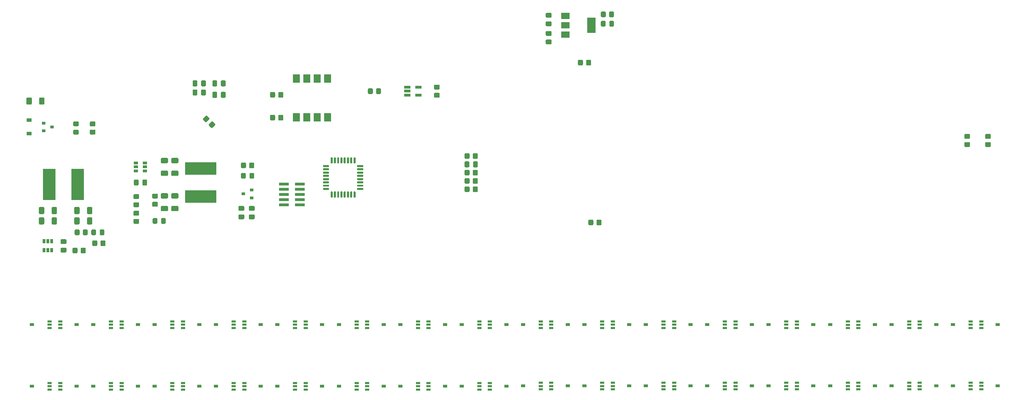
<source format=gbr>
%TF.GenerationSoftware,KiCad,Pcbnew,(5.1.8-0-10_14)*%
%TF.CreationDate,2021-06-09T19:28:07+01:00*%
%TF.ProjectId,BassStation_Sequencer_MidiInterface,42617373-5374-4617-9469-6f6e5f536571,A*%
%TF.SameCoordinates,Original*%
%TF.FileFunction,Paste,Top*%
%TF.FilePolarity,Positive*%
%FSLAX46Y46*%
G04 Gerber Fmt 4.6, Leading zero omitted, Abs format (unit mm)*
G04 Created by KiCad (PCBNEW (5.1.8-0-10_14)) date 2021-06-09 19:28:07*
%MOMM*%
%LPD*%
G01*
G04 APERTURE LIST*
%ADD10R,1.000000X0.500000*%
%ADD11R,1.000000X0.650000*%
%ADD12R,0.900000X0.800000*%
%ADD13R,1.200000X0.900000*%
%ADD14R,1.780000X2.000000*%
%ADD15R,1.560000X0.650000*%
%ADD16R,2.000000X1.500000*%
%ADD17R,2.000000X3.800000*%
%ADD18R,1.060000X0.650000*%
%ADD19R,0.650000X1.060000*%
%ADD20R,7.700000X3.100000*%
%ADD21R,3.100000X7.700000*%
%ADD22R,2.400000X0.740000*%
G04 APERTURE END LIST*
D10*
%TO.C,U16*%
X319646300Y-191935100D03*
X319646300Y-191135000D03*
X319646300Y-190334900D03*
X317042800Y-191935100D03*
X317042800Y-191135000D03*
X317042800Y-190334900D03*
D11*
X312724800Y-191109600D03*
X323646800Y-191109600D03*
%TD*%
D10*
%TO.C,U15*%
X304634900Y-191960500D03*
X304634900Y-191160400D03*
X304634900Y-190360300D03*
X302031400Y-191960500D03*
X302031400Y-191160400D03*
X302031400Y-190360300D03*
D11*
X297713400Y-191135000D03*
X308635400Y-191135000D03*
%TD*%
D10*
%TO.C,U32*%
X319646300Y-176949100D03*
X319646300Y-176149000D03*
X319646300Y-175348900D03*
X317042800Y-176949100D03*
X317042800Y-176149000D03*
X317042800Y-175348900D03*
D11*
X312724800Y-176123600D03*
X323646800Y-176123600D03*
%TD*%
D10*
%TO.C,U31*%
X304634900Y-176949100D03*
X304634900Y-176149000D03*
X304634900Y-175348900D03*
X302031400Y-176949100D03*
X302031400Y-176149000D03*
X302031400Y-175348900D03*
D11*
X297713400Y-176123600D03*
X308635400Y-176123600D03*
%TD*%
D10*
%TO.C,U30*%
X289648900Y-176974500D03*
X289648900Y-176174400D03*
X289648900Y-175374300D03*
X287045400Y-176974500D03*
X287045400Y-176174400D03*
X287045400Y-175374300D03*
D11*
X282727400Y-176149000D03*
X293649400Y-176149000D03*
%TD*%
D10*
%TO.C,U14*%
X289648900Y-191960500D03*
X289648900Y-191160400D03*
X289648900Y-190360300D03*
X287045400Y-191960500D03*
X287045400Y-191160400D03*
X287045400Y-190360300D03*
D11*
X282727400Y-191135000D03*
X293649400Y-191135000D03*
%TD*%
D10*
%TO.C,U13*%
X274637500Y-191960500D03*
X274637500Y-191160400D03*
X274637500Y-190360300D03*
X272034000Y-191960500D03*
X272034000Y-191160400D03*
X272034000Y-190360300D03*
D11*
X267716000Y-191135000D03*
X278638000Y-191135000D03*
%TD*%
D10*
%TO.C,U29*%
X274637500Y-176949100D03*
X274637500Y-176149000D03*
X274637500Y-175348900D03*
X272034000Y-176949100D03*
X272034000Y-176149000D03*
X272034000Y-175348900D03*
D11*
X267716000Y-176123600D03*
X278638000Y-176123600D03*
%TD*%
D10*
%TO.C,U12*%
X259651500Y-191960500D03*
X259651500Y-191160400D03*
X259651500Y-190360300D03*
X257048000Y-191960500D03*
X257048000Y-191160400D03*
X257048000Y-190360300D03*
D11*
X252730000Y-191135000D03*
X263652000Y-191135000D03*
%TD*%
D10*
%TO.C,U28*%
X259651500Y-176949100D03*
X259651500Y-176149000D03*
X259651500Y-175348900D03*
X257048000Y-176949100D03*
X257048000Y-176149000D03*
X257048000Y-175348900D03*
D11*
X252730000Y-176123600D03*
X263652000Y-176123600D03*
%TD*%
D10*
%TO.C,U27*%
X244640100Y-176949100D03*
X244640100Y-176149000D03*
X244640100Y-175348900D03*
X242036600Y-176949100D03*
X242036600Y-176149000D03*
X242036600Y-175348900D03*
D11*
X237718600Y-176123600D03*
X248640600Y-176123600D03*
%TD*%
D10*
%TO.C,U11*%
X244640100Y-191960500D03*
X244640100Y-191160400D03*
X244640100Y-190360300D03*
X242036600Y-191960500D03*
X242036600Y-191160400D03*
X242036600Y-190360300D03*
D11*
X237718600Y-191135000D03*
X248640600Y-191135000D03*
%TD*%
D10*
%TO.C,U10*%
X229654100Y-191960500D03*
X229654100Y-191160400D03*
X229654100Y-190360300D03*
X227050600Y-191960500D03*
X227050600Y-191160400D03*
X227050600Y-190360300D03*
D11*
X222732600Y-191135000D03*
X233654600Y-191135000D03*
%TD*%
D10*
%TO.C,U26*%
X229654100Y-176949100D03*
X229654100Y-176149000D03*
X229654100Y-175348900D03*
X227050600Y-176949100D03*
X227050600Y-176149000D03*
X227050600Y-175348900D03*
D11*
X222732600Y-176123600D03*
X233654600Y-176123600D03*
%TD*%
D10*
%TO.C,U9*%
X214642700Y-191960500D03*
X214642700Y-191160400D03*
X214642700Y-190360300D03*
X212039200Y-191960500D03*
X212039200Y-191160400D03*
X212039200Y-190360300D03*
D11*
X207721200Y-191135000D03*
X218643200Y-191135000D03*
%TD*%
D10*
%TO.C,U25*%
X214642700Y-176949100D03*
X214642700Y-176149000D03*
X214642700Y-175348900D03*
X212039200Y-176949100D03*
X212039200Y-176149000D03*
X212039200Y-175348900D03*
D11*
X207721200Y-176123600D03*
X218643200Y-176123600D03*
%TD*%
D10*
%TO.C,U24*%
X199656700Y-176949100D03*
X199656700Y-176149000D03*
X199656700Y-175348900D03*
X197053200Y-176949100D03*
X197053200Y-176149000D03*
X197053200Y-175348900D03*
D11*
X192735200Y-176123600D03*
X203657200Y-176123600D03*
%TD*%
D10*
%TO.C,U8*%
X199656700Y-191985900D03*
X199656700Y-191185800D03*
X199656700Y-190385700D03*
X197053200Y-191985900D03*
X197053200Y-191185800D03*
X197053200Y-190385700D03*
D11*
X192735200Y-191160400D03*
X203657200Y-191160400D03*
%TD*%
D10*
%TO.C,U7*%
X184670700Y-191985900D03*
X184670700Y-191185800D03*
X184670700Y-190385700D03*
X182067200Y-191985900D03*
X182067200Y-191185800D03*
X182067200Y-190385700D03*
D11*
X177749200Y-191160400D03*
X188671200Y-191160400D03*
%TD*%
D10*
%TO.C,U23*%
X184670700Y-176949100D03*
X184670700Y-176149000D03*
X184670700Y-175348900D03*
X182067200Y-176949100D03*
X182067200Y-176149000D03*
X182067200Y-175348900D03*
D11*
X177749200Y-176123600D03*
X188671200Y-176123600D03*
%TD*%
D10*
%TO.C,U6*%
X169684700Y-191985900D03*
X169684700Y-191185800D03*
X169684700Y-190385700D03*
X167081200Y-191985900D03*
X167081200Y-191185800D03*
X167081200Y-190385700D03*
D11*
X162763200Y-191160400D03*
X173685200Y-191160400D03*
%TD*%
D10*
%TO.C,U22*%
X169684700Y-176949100D03*
X169684700Y-176149000D03*
X169684700Y-175348900D03*
X167081200Y-176949100D03*
X167081200Y-176149000D03*
X167081200Y-175348900D03*
D11*
X162763200Y-176123600D03*
X173685200Y-176123600D03*
%TD*%
D10*
%TO.C,U21*%
X154647900Y-176949100D03*
X154647900Y-176149000D03*
X154647900Y-175348900D03*
X152044400Y-176949100D03*
X152044400Y-176149000D03*
X152044400Y-175348900D03*
D11*
X147726400Y-176123600D03*
X158648400Y-176123600D03*
%TD*%
D10*
%TO.C,U5*%
X154647900Y-191985900D03*
X154647900Y-191185800D03*
X154647900Y-190385700D03*
X152044400Y-191985900D03*
X152044400Y-191185800D03*
X152044400Y-190385700D03*
D11*
X147726400Y-191160400D03*
X158648400Y-191160400D03*
%TD*%
D10*
%TO.C,U4*%
X139661900Y-191985900D03*
X139661900Y-191185800D03*
X139661900Y-190385700D03*
X137058400Y-191985900D03*
X137058400Y-191185800D03*
X137058400Y-190385700D03*
D11*
X132740400Y-191160400D03*
X143662400Y-191160400D03*
%TD*%
D10*
%TO.C,U20*%
X139661900Y-176949100D03*
X139661900Y-176149000D03*
X139661900Y-175348900D03*
X137058400Y-176949100D03*
X137058400Y-176149000D03*
X137058400Y-175348900D03*
D11*
X132740400Y-176123600D03*
X143662400Y-176123600D03*
%TD*%
D10*
%TO.C,U19*%
X124675900Y-176949100D03*
X124675900Y-176149000D03*
X124675900Y-175348900D03*
X122072400Y-176949100D03*
X122072400Y-176149000D03*
X122072400Y-175348900D03*
D11*
X117754400Y-176123600D03*
X128676400Y-176123600D03*
%TD*%
D10*
%TO.C,U3*%
X124675900Y-191985900D03*
X124675900Y-191185800D03*
X124675900Y-190385700D03*
X122072400Y-191985900D03*
X122072400Y-191185800D03*
X122072400Y-190385700D03*
D11*
X117754400Y-191160400D03*
X128676400Y-191160400D03*
%TD*%
D10*
%TO.C,U2*%
X109689900Y-191985900D03*
X109689900Y-191185800D03*
X109689900Y-190385700D03*
X107086400Y-191985900D03*
X107086400Y-191185800D03*
X107086400Y-190385700D03*
D11*
X102768400Y-191160400D03*
X113690400Y-191160400D03*
%TD*%
D10*
%TO.C,U18*%
X109689900Y-176949100D03*
X109689900Y-176149000D03*
X109689900Y-175348900D03*
X107086400Y-176949100D03*
X107086400Y-176149000D03*
X107086400Y-175348900D03*
D11*
X102768400Y-176123600D03*
X113690400Y-176123600D03*
%TD*%
D10*
%TO.C,U1*%
X94703900Y-191985900D03*
X94703900Y-191185800D03*
X94703900Y-190385700D03*
X92100400Y-191985900D03*
X92100400Y-191185800D03*
X92100400Y-190385700D03*
D11*
X87782400Y-191160400D03*
X98704400Y-191160400D03*
%TD*%
D10*
%TO.C,U17*%
X94703900Y-176949100D03*
X94703900Y-176149000D03*
X94703900Y-175348900D03*
X92100400Y-176949100D03*
X92100400Y-176149000D03*
X92100400Y-175348900D03*
D11*
X87782400Y-176123600D03*
X98704400Y-176123600D03*
%TD*%
%TO.C,R5*%
G36*
G01*
X87746000Y-120787000D02*
X87746000Y-122037000D01*
G75*
G02*
X87496000Y-122287000I-250000J0D01*
G01*
X86696000Y-122287000D01*
G75*
G02*
X86446000Y-122037000I0J250000D01*
G01*
X86446000Y-120787000D01*
G75*
G02*
X86696000Y-120537000I250000J0D01*
G01*
X87496000Y-120537000D01*
G75*
G02*
X87746000Y-120787000I0J-250000D01*
G01*
G37*
G36*
G01*
X90846000Y-120787000D02*
X90846000Y-122037000D01*
G75*
G02*
X90596000Y-122287000I-250000J0D01*
G01*
X89796000Y-122287000D01*
G75*
G02*
X89546000Y-122037000I0J250000D01*
G01*
X89546000Y-120787000D01*
G75*
G02*
X89796000Y-120537000I250000J0D01*
G01*
X90596000Y-120537000D01*
G75*
G02*
X90846000Y-120787000I0J-250000D01*
G01*
G37*
%TD*%
%TO.C,R13*%
G36*
G01*
X102165999Y-128416000D02*
X103066001Y-128416000D01*
G75*
G02*
X103316000Y-128665999I0J-249999D01*
G01*
X103316000Y-129366001D01*
G75*
G02*
X103066001Y-129616000I-249999J0D01*
G01*
X102165999Y-129616000D01*
G75*
G02*
X101916000Y-129366001I0J249999D01*
G01*
X101916000Y-128665999D01*
G75*
G02*
X102165999Y-128416000I249999J0D01*
G01*
G37*
G36*
G01*
X102165999Y-126416000D02*
X103066001Y-126416000D01*
G75*
G02*
X103316000Y-126665999I0J-249999D01*
G01*
X103316000Y-127366001D01*
G75*
G02*
X103066001Y-127616000I-249999J0D01*
G01*
X102165999Y-127616000D01*
G75*
G02*
X101916000Y-127366001I0J249999D01*
G01*
X101916000Y-126665999D01*
G75*
G02*
X102165999Y-126416000I249999J0D01*
G01*
G37*
%TD*%
%TO.C,D7*%
G36*
G01*
X98101999Y-128466000D02*
X99002001Y-128466000D01*
G75*
G02*
X99252000Y-128715999I0J-249999D01*
G01*
X99252000Y-129366001D01*
G75*
G02*
X99002001Y-129616000I-249999J0D01*
G01*
X98101999Y-129616000D01*
G75*
G02*
X97852000Y-129366001I0J249999D01*
G01*
X97852000Y-128715999D01*
G75*
G02*
X98101999Y-128466000I249999J0D01*
G01*
G37*
G36*
G01*
X98101999Y-126416000D02*
X99002001Y-126416000D01*
G75*
G02*
X99252000Y-126665999I0J-249999D01*
G01*
X99252000Y-127316001D01*
G75*
G02*
X99002001Y-127566000I-249999J0D01*
G01*
X98101999Y-127566000D01*
G75*
G02*
X97852000Y-127316001I0J249999D01*
G01*
X97852000Y-126665999D01*
G75*
G02*
X98101999Y-126416000I249999J0D01*
G01*
G37*
%TD*%
D12*
%TO.C,Q1*%
X92694000Y-127762000D03*
X90694000Y-128712000D03*
X90694000Y-126812000D03*
%TD*%
D13*
%TO.C,D1*%
X87122000Y-126112000D03*
X87122000Y-129412000D03*
%TD*%
%TO.C,R2*%
G36*
G01*
X187140001Y-118599000D02*
X186239999Y-118599000D01*
G75*
G02*
X185990000Y-118349001I0J249999D01*
G01*
X185990000Y-117648999D01*
G75*
G02*
X186239999Y-117399000I249999J0D01*
G01*
X187140001Y-117399000D01*
G75*
G02*
X187390000Y-117648999I0J-249999D01*
G01*
X187390000Y-118349001D01*
G75*
G02*
X187140001Y-118599000I-249999J0D01*
G01*
G37*
G36*
G01*
X187140001Y-120599000D02*
X186239999Y-120599000D01*
G75*
G02*
X185990000Y-120349001I0J249999D01*
G01*
X185990000Y-119648999D01*
G75*
G02*
X186239999Y-119399000I249999J0D01*
G01*
X187140001Y-119399000D01*
G75*
G02*
X187390000Y-119648999I0J-249999D01*
G01*
X187390000Y-120349001D01*
G75*
G02*
X187140001Y-120599000I-249999J0D01*
G01*
G37*
%TD*%
%TO.C,R30*%
G36*
G01*
X223158000Y-112464001D02*
X223158000Y-111563999D01*
G75*
G02*
X223407999Y-111314000I249999J0D01*
G01*
X224108001Y-111314000D01*
G75*
G02*
X224358000Y-111563999I0J-249999D01*
G01*
X224358000Y-112464001D01*
G75*
G02*
X224108001Y-112714000I-249999J0D01*
G01*
X223407999Y-112714000D01*
G75*
G02*
X223158000Y-112464001I0J249999D01*
G01*
G37*
G36*
G01*
X221158000Y-112464001D02*
X221158000Y-111563999D01*
G75*
G02*
X221407999Y-111314000I249999J0D01*
G01*
X222108001Y-111314000D01*
G75*
G02*
X222358000Y-111563999I0J-249999D01*
G01*
X222358000Y-112464001D01*
G75*
G02*
X222108001Y-112714000I-249999J0D01*
G01*
X221407999Y-112714000D01*
G75*
G02*
X221158000Y-112464001I0J249999D01*
G01*
G37*
%TD*%
%TO.C,R20*%
G36*
G01*
X224898000Y-150679999D02*
X224898000Y-151580001D01*
G75*
G02*
X224648001Y-151830000I-249999J0D01*
G01*
X223947999Y-151830000D01*
G75*
G02*
X223698000Y-151580001I0J249999D01*
G01*
X223698000Y-150679999D01*
G75*
G02*
X223947999Y-150430000I249999J0D01*
G01*
X224648001Y-150430000D01*
G75*
G02*
X224898000Y-150679999I0J-249999D01*
G01*
G37*
G36*
G01*
X226898000Y-150679999D02*
X226898000Y-151580001D01*
G75*
G02*
X226648001Y-151830000I-249999J0D01*
G01*
X225947999Y-151830000D01*
G75*
G02*
X225698000Y-151580001I0J249999D01*
G01*
X225698000Y-150679999D01*
G75*
G02*
X225947999Y-150430000I249999J0D01*
G01*
X226648001Y-150430000D01*
G75*
G02*
X226898000Y-150679999I0J-249999D01*
G01*
G37*
%TD*%
D14*
%TO.C,U43*%
X160020000Y-125415000D03*
X152400000Y-115885000D03*
X157480000Y-125415000D03*
X154940000Y-115885000D03*
X154940000Y-125415000D03*
X157480000Y-115885000D03*
X152400000Y-125415000D03*
X160020000Y-115885000D03*
%TD*%
D15*
%TO.C,U42*%
X182198000Y-118049000D03*
X182198000Y-119949000D03*
X179498000Y-119949000D03*
X179498000Y-118999000D03*
X179498000Y-118049000D03*
%TD*%
D16*
%TO.C,U41*%
X218110800Y-100588600D03*
X218110800Y-105188600D03*
X218110800Y-102888600D03*
D17*
X224410800Y-102888600D03*
%TD*%
D12*
%TO.C,U40*%
X139462000Y-144145000D03*
X141462000Y-143195000D03*
X141462000Y-145095000D03*
%TD*%
D18*
%TO.C,U39*%
X115400000Y-138491000D03*
X115400000Y-137541000D03*
X115400000Y-136591000D03*
X113200000Y-136591000D03*
X113200000Y-138491000D03*
X113200000Y-137541000D03*
%TD*%
D19*
%TO.C,U38*%
X91694000Y-157945000D03*
X92644000Y-157945000D03*
X90744000Y-157945000D03*
X90744000Y-155745000D03*
X91694000Y-155745000D03*
X92644000Y-155745000D03*
%TD*%
%TO.C,U33*%
G36*
G01*
X160232600Y-143170200D02*
X158982600Y-143170200D01*
G75*
G02*
X158857600Y-143045200I0J125000D01*
G01*
X158857600Y-142795200D01*
G75*
G02*
X158982600Y-142670200I125000J0D01*
G01*
X160232600Y-142670200D01*
G75*
G02*
X160357600Y-142795200I0J-125000D01*
G01*
X160357600Y-143045200D01*
G75*
G02*
X160232600Y-143170200I-125000J0D01*
G01*
G37*
G36*
G01*
X160232600Y-142370200D02*
X158982600Y-142370200D01*
G75*
G02*
X158857600Y-142245200I0J125000D01*
G01*
X158857600Y-141995200D01*
G75*
G02*
X158982600Y-141870200I125000J0D01*
G01*
X160232600Y-141870200D01*
G75*
G02*
X160357600Y-141995200I0J-125000D01*
G01*
X160357600Y-142245200D01*
G75*
G02*
X160232600Y-142370200I-125000J0D01*
G01*
G37*
G36*
G01*
X160232600Y-141570200D02*
X158982600Y-141570200D01*
G75*
G02*
X158857600Y-141445200I0J125000D01*
G01*
X158857600Y-141195200D01*
G75*
G02*
X158982600Y-141070200I125000J0D01*
G01*
X160232600Y-141070200D01*
G75*
G02*
X160357600Y-141195200I0J-125000D01*
G01*
X160357600Y-141445200D01*
G75*
G02*
X160232600Y-141570200I-125000J0D01*
G01*
G37*
G36*
G01*
X160232600Y-140770200D02*
X158982600Y-140770200D01*
G75*
G02*
X158857600Y-140645200I0J125000D01*
G01*
X158857600Y-140395200D01*
G75*
G02*
X158982600Y-140270200I125000J0D01*
G01*
X160232600Y-140270200D01*
G75*
G02*
X160357600Y-140395200I0J-125000D01*
G01*
X160357600Y-140645200D01*
G75*
G02*
X160232600Y-140770200I-125000J0D01*
G01*
G37*
G36*
G01*
X160232600Y-139970200D02*
X158982600Y-139970200D01*
G75*
G02*
X158857600Y-139845200I0J125000D01*
G01*
X158857600Y-139595200D01*
G75*
G02*
X158982600Y-139470200I125000J0D01*
G01*
X160232600Y-139470200D01*
G75*
G02*
X160357600Y-139595200I0J-125000D01*
G01*
X160357600Y-139845200D01*
G75*
G02*
X160232600Y-139970200I-125000J0D01*
G01*
G37*
G36*
G01*
X160232600Y-139170200D02*
X158982600Y-139170200D01*
G75*
G02*
X158857600Y-139045200I0J125000D01*
G01*
X158857600Y-138795200D01*
G75*
G02*
X158982600Y-138670200I125000J0D01*
G01*
X160232600Y-138670200D01*
G75*
G02*
X160357600Y-138795200I0J-125000D01*
G01*
X160357600Y-139045200D01*
G75*
G02*
X160232600Y-139170200I-125000J0D01*
G01*
G37*
G36*
G01*
X160232600Y-138370200D02*
X158982600Y-138370200D01*
G75*
G02*
X158857600Y-138245200I0J125000D01*
G01*
X158857600Y-137995200D01*
G75*
G02*
X158982600Y-137870200I125000J0D01*
G01*
X160232600Y-137870200D01*
G75*
G02*
X160357600Y-137995200I0J-125000D01*
G01*
X160357600Y-138245200D01*
G75*
G02*
X160232600Y-138370200I-125000J0D01*
G01*
G37*
G36*
G01*
X160232600Y-137570200D02*
X158982600Y-137570200D01*
G75*
G02*
X158857600Y-137445200I0J125000D01*
G01*
X158857600Y-137195200D01*
G75*
G02*
X158982600Y-137070200I125000J0D01*
G01*
X160232600Y-137070200D01*
G75*
G02*
X160357600Y-137195200I0J-125000D01*
G01*
X160357600Y-137445200D01*
G75*
G02*
X160232600Y-137570200I-125000J0D01*
G01*
G37*
G36*
G01*
X161107600Y-136695200D02*
X160857600Y-136695200D01*
G75*
G02*
X160732600Y-136570200I0J125000D01*
G01*
X160732600Y-135320200D01*
G75*
G02*
X160857600Y-135195200I125000J0D01*
G01*
X161107600Y-135195200D01*
G75*
G02*
X161232600Y-135320200I0J-125000D01*
G01*
X161232600Y-136570200D01*
G75*
G02*
X161107600Y-136695200I-125000J0D01*
G01*
G37*
G36*
G01*
X161907600Y-136695200D02*
X161657600Y-136695200D01*
G75*
G02*
X161532600Y-136570200I0J125000D01*
G01*
X161532600Y-135320200D01*
G75*
G02*
X161657600Y-135195200I125000J0D01*
G01*
X161907600Y-135195200D01*
G75*
G02*
X162032600Y-135320200I0J-125000D01*
G01*
X162032600Y-136570200D01*
G75*
G02*
X161907600Y-136695200I-125000J0D01*
G01*
G37*
G36*
G01*
X162707600Y-136695200D02*
X162457600Y-136695200D01*
G75*
G02*
X162332600Y-136570200I0J125000D01*
G01*
X162332600Y-135320200D01*
G75*
G02*
X162457600Y-135195200I125000J0D01*
G01*
X162707600Y-135195200D01*
G75*
G02*
X162832600Y-135320200I0J-125000D01*
G01*
X162832600Y-136570200D01*
G75*
G02*
X162707600Y-136695200I-125000J0D01*
G01*
G37*
G36*
G01*
X163507600Y-136695200D02*
X163257600Y-136695200D01*
G75*
G02*
X163132600Y-136570200I0J125000D01*
G01*
X163132600Y-135320200D01*
G75*
G02*
X163257600Y-135195200I125000J0D01*
G01*
X163507600Y-135195200D01*
G75*
G02*
X163632600Y-135320200I0J-125000D01*
G01*
X163632600Y-136570200D01*
G75*
G02*
X163507600Y-136695200I-125000J0D01*
G01*
G37*
G36*
G01*
X164307600Y-136695200D02*
X164057600Y-136695200D01*
G75*
G02*
X163932600Y-136570200I0J125000D01*
G01*
X163932600Y-135320200D01*
G75*
G02*
X164057600Y-135195200I125000J0D01*
G01*
X164307600Y-135195200D01*
G75*
G02*
X164432600Y-135320200I0J-125000D01*
G01*
X164432600Y-136570200D01*
G75*
G02*
X164307600Y-136695200I-125000J0D01*
G01*
G37*
G36*
G01*
X165107600Y-136695200D02*
X164857600Y-136695200D01*
G75*
G02*
X164732600Y-136570200I0J125000D01*
G01*
X164732600Y-135320200D01*
G75*
G02*
X164857600Y-135195200I125000J0D01*
G01*
X165107600Y-135195200D01*
G75*
G02*
X165232600Y-135320200I0J-125000D01*
G01*
X165232600Y-136570200D01*
G75*
G02*
X165107600Y-136695200I-125000J0D01*
G01*
G37*
G36*
G01*
X165907600Y-136695200D02*
X165657600Y-136695200D01*
G75*
G02*
X165532600Y-136570200I0J125000D01*
G01*
X165532600Y-135320200D01*
G75*
G02*
X165657600Y-135195200I125000J0D01*
G01*
X165907600Y-135195200D01*
G75*
G02*
X166032600Y-135320200I0J-125000D01*
G01*
X166032600Y-136570200D01*
G75*
G02*
X165907600Y-136695200I-125000J0D01*
G01*
G37*
G36*
G01*
X166707600Y-136695200D02*
X166457600Y-136695200D01*
G75*
G02*
X166332600Y-136570200I0J125000D01*
G01*
X166332600Y-135320200D01*
G75*
G02*
X166457600Y-135195200I125000J0D01*
G01*
X166707600Y-135195200D01*
G75*
G02*
X166832600Y-135320200I0J-125000D01*
G01*
X166832600Y-136570200D01*
G75*
G02*
X166707600Y-136695200I-125000J0D01*
G01*
G37*
G36*
G01*
X168582600Y-137570200D02*
X167332600Y-137570200D01*
G75*
G02*
X167207600Y-137445200I0J125000D01*
G01*
X167207600Y-137195200D01*
G75*
G02*
X167332600Y-137070200I125000J0D01*
G01*
X168582600Y-137070200D01*
G75*
G02*
X168707600Y-137195200I0J-125000D01*
G01*
X168707600Y-137445200D01*
G75*
G02*
X168582600Y-137570200I-125000J0D01*
G01*
G37*
G36*
G01*
X168582600Y-138370200D02*
X167332600Y-138370200D01*
G75*
G02*
X167207600Y-138245200I0J125000D01*
G01*
X167207600Y-137995200D01*
G75*
G02*
X167332600Y-137870200I125000J0D01*
G01*
X168582600Y-137870200D01*
G75*
G02*
X168707600Y-137995200I0J-125000D01*
G01*
X168707600Y-138245200D01*
G75*
G02*
X168582600Y-138370200I-125000J0D01*
G01*
G37*
G36*
G01*
X168582600Y-139170200D02*
X167332600Y-139170200D01*
G75*
G02*
X167207600Y-139045200I0J125000D01*
G01*
X167207600Y-138795200D01*
G75*
G02*
X167332600Y-138670200I125000J0D01*
G01*
X168582600Y-138670200D01*
G75*
G02*
X168707600Y-138795200I0J-125000D01*
G01*
X168707600Y-139045200D01*
G75*
G02*
X168582600Y-139170200I-125000J0D01*
G01*
G37*
G36*
G01*
X168582600Y-139970200D02*
X167332600Y-139970200D01*
G75*
G02*
X167207600Y-139845200I0J125000D01*
G01*
X167207600Y-139595200D01*
G75*
G02*
X167332600Y-139470200I125000J0D01*
G01*
X168582600Y-139470200D01*
G75*
G02*
X168707600Y-139595200I0J-125000D01*
G01*
X168707600Y-139845200D01*
G75*
G02*
X168582600Y-139970200I-125000J0D01*
G01*
G37*
G36*
G01*
X168582600Y-140770200D02*
X167332600Y-140770200D01*
G75*
G02*
X167207600Y-140645200I0J125000D01*
G01*
X167207600Y-140395200D01*
G75*
G02*
X167332600Y-140270200I125000J0D01*
G01*
X168582600Y-140270200D01*
G75*
G02*
X168707600Y-140395200I0J-125000D01*
G01*
X168707600Y-140645200D01*
G75*
G02*
X168582600Y-140770200I-125000J0D01*
G01*
G37*
G36*
G01*
X168582600Y-141570200D02*
X167332600Y-141570200D01*
G75*
G02*
X167207600Y-141445200I0J125000D01*
G01*
X167207600Y-141195200D01*
G75*
G02*
X167332600Y-141070200I125000J0D01*
G01*
X168582600Y-141070200D01*
G75*
G02*
X168707600Y-141195200I0J-125000D01*
G01*
X168707600Y-141445200D01*
G75*
G02*
X168582600Y-141570200I-125000J0D01*
G01*
G37*
G36*
G01*
X168582600Y-142370200D02*
X167332600Y-142370200D01*
G75*
G02*
X167207600Y-142245200I0J125000D01*
G01*
X167207600Y-141995200D01*
G75*
G02*
X167332600Y-141870200I125000J0D01*
G01*
X168582600Y-141870200D01*
G75*
G02*
X168707600Y-141995200I0J-125000D01*
G01*
X168707600Y-142245200D01*
G75*
G02*
X168582600Y-142370200I-125000J0D01*
G01*
G37*
G36*
G01*
X168582600Y-143170200D02*
X167332600Y-143170200D01*
G75*
G02*
X167207600Y-143045200I0J125000D01*
G01*
X167207600Y-142795200D01*
G75*
G02*
X167332600Y-142670200I125000J0D01*
G01*
X168582600Y-142670200D01*
G75*
G02*
X168707600Y-142795200I0J-125000D01*
G01*
X168707600Y-143045200D01*
G75*
G02*
X168582600Y-143170200I-125000J0D01*
G01*
G37*
G36*
G01*
X166707600Y-145045200D02*
X166457600Y-145045200D01*
G75*
G02*
X166332600Y-144920200I0J125000D01*
G01*
X166332600Y-143670200D01*
G75*
G02*
X166457600Y-143545200I125000J0D01*
G01*
X166707600Y-143545200D01*
G75*
G02*
X166832600Y-143670200I0J-125000D01*
G01*
X166832600Y-144920200D01*
G75*
G02*
X166707600Y-145045200I-125000J0D01*
G01*
G37*
G36*
G01*
X165907600Y-145045200D02*
X165657600Y-145045200D01*
G75*
G02*
X165532600Y-144920200I0J125000D01*
G01*
X165532600Y-143670200D01*
G75*
G02*
X165657600Y-143545200I125000J0D01*
G01*
X165907600Y-143545200D01*
G75*
G02*
X166032600Y-143670200I0J-125000D01*
G01*
X166032600Y-144920200D01*
G75*
G02*
X165907600Y-145045200I-125000J0D01*
G01*
G37*
G36*
G01*
X165107600Y-145045200D02*
X164857600Y-145045200D01*
G75*
G02*
X164732600Y-144920200I0J125000D01*
G01*
X164732600Y-143670200D01*
G75*
G02*
X164857600Y-143545200I125000J0D01*
G01*
X165107600Y-143545200D01*
G75*
G02*
X165232600Y-143670200I0J-125000D01*
G01*
X165232600Y-144920200D01*
G75*
G02*
X165107600Y-145045200I-125000J0D01*
G01*
G37*
G36*
G01*
X164307600Y-145045200D02*
X164057600Y-145045200D01*
G75*
G02*
X163932600Y-144920200I0J125000D01*
G01*
X163932600Y-143670200D01*
G75*
G02*
X164057600Y-143545200I125000J0D01*
G01*
X164307600Y-143545200D01*
G75*
G02*
X164432600Y-143670200I0J-125000D01*
G01*
X164432600Y-144920200D01*
G75*
G02*
X164307600Y-145045200I-125000J0D01*
G01*
G37*
G36*
G01*
X163507600Y-145045200D02*
X163257600Y-145045200D01*
G75*
G02*
X163132600Y-144920200I0J125000D01*
G01*
X163132600Y-143670200D01*
G75*
G02*
X163257600Y-143545200I125000J0D01*
G01*
X163507600Y-143545200D01*
G75*
G02*
X163632600Y-143670200I0J-125000D01*
G01*
X163632600Y-144920200D01*
G75*
G02*
X163507600Y-145045200I-125000J0D01*
G01*
G37*
G36*
G01*
X162707600Y-145045200D02*
X162457600Y-145045200D01*
G75*
G02*
X162332600Y-144920200I0J125000D01*
G01*
X162332600Y-143670200D01*
G75*
G02*
X162457600Y-143545200I125000J0D01*
G01*
X162707600Y-143545200D01*
G75*
G02*
X162832600Y-143670200I0J-125000D01*
G01*
X162832600Y-144920200D01*
G75*
G02*
X162707600Y-145045200I-125000J0D01*
G01*
G37*
G36*
G01*
X161907600Y-145045200D02*
X161657600Y-145045200D01*
G75*
G02*
X161532600Y-144920200I0J125000D01*
G01*
X161532600Y-143670200D01*
G75*
G02*
X161657600Y-143545200I125000J0D01*
G01*
X161907600Y-143545200D01*
G75*
G02*
X162032600Y-143670200I0J-125000D01*
G01*
X162032600Y-144920200D01*
G75*
G02*
X161907600Y-145045200I-125000J0D01*
G01*
G37*
G36*
G01*
X161107600Y-145045200D02*
X160857600Y-145045200D01*
G75*
G02*
X160732600Y-144920200I0J125000D01*
G01*
X160732600Y-143670200D01*
G75*
G02*
X160857600Y-143545200I125000J0D01*
G01*
X161107600Y-143545200D01*
G75*
G02*
X161232600Y-143670200I0J-125000D01*
G01*
X161232600Y-144920200D01*
G75*
G02*
X161107600Y-145045200I-125000J0D01*
G01*
G37*
%TD*%
%TO.C,R32*%
G36*
G01*
X227946000Y-99752999D02*
X227946000Y-100653001D01*
G75*
G02*
X227696001Y-100903000I-249999J0D01*
G01*
X226995999Y-100903000D01*
G75*
G02*
X226746000Y-100653001I0J249999D01*
G01*
X226746000Y-99752999D01*
G75*
G02*
X226995999Y-99503000I249999J0D01*
G01*
X227696001Y-99503000D01*
G75*
G02*
X227946000Y-99752999I0J-249999D01*
G01*
G37*
G36*
G01*
X229946000Y-99752999D02*
X229946000Y-100653001D01*
G75*
G02*
X229696001Y-100903000I-249999J0D01*
G01*
X228995999Y-100903000D01*
G75*
G02*
X228746000Y-100653001I0J249999D01*
G01*
X228746000Y-99752999D01*
G75*
G02*
X228995999Y-99503000I249999J0D01*
G01*
X229696001Y-99503000D01*
G75*
G02*
X229946000Y-99752999I0J-249999D01*
G01*
G37*
%TD*%
%TO.C,R29*%
G36*
G01*
X321760001Y-130664000D02*
X320859999Y-130664000D01*
G75*
G02*
X320610000Y-130414001I0J249999D01*
G01*
X320610000Y-129713999D01*
G75*
G02*
X320859999Y-129464000I249999J0D01*
G01*
X321760001Y-129464000D01*
G75*
G02*
X322010000Y-129713999I0J-249999D01*
G01*
X322010000Y-130414001D01*
G75*
G02*
X321760001Y-130664000I-249999J0D01*
G01*
G37*
G36*
G01*
X321760001Y-132664000D02*
X320859999Y-132664000D01*
G75*
G02*
X320610000Y-132414001I0J249999D01*
G01*
X320610000Y-131713999D01*
G75*
G02*
X320859999Y-131464000I249999J0D01*
G01*
X321760001Y-131464000D01*
G75*
G02*
X322010000Y-131713999I0J-249999D01*
G01*
X322010000Y-132414001D01*
G75*
G02*
X321760001Y-132664000I-249999J0D01*
G01*
G37*
%TD*%
%TO.C,R28*%
G36*
G01*
X316680001Y-130664000D02*
X315779999Y-130664000D01*
G75*
G02*
X315530000Y-130414001I0J249999D01*
G01*
X315530000Y-129713999D01*
G75*
G02*
X315779999Y-129464000I249999J0D01*
G01*
X316680001Y-129464000D01*
G75*
G02*
X316930000Y-129713999I0J-249999D01*
G01*
X316930000Y-130414001D01*
G75*
G02*
X316680001Y-130664000I-249999J0D01*
G01*
G37*
G36*
G01*
X316680001Y-132664000D02*
X315779999Y-132664000D01*
G75*
G02*
X315530000Y-132414001I0J249999D01*
G01*
X315530000Y-131713999D01*
G75*
G02*
X315779999Y-131464000I249999J0D01*
G01*
X316680001Y-131464000D01*
G75*
G02*
X316930000Y-131713999I0J-249999D01*
G01*
X316930000Y-132414001D01*
G75*
G02*
X316680001Y-132664000I-249999J0D01*
G01*
G37*
%TD*%
%TO.C,R27*%
G36*
G01*
X118306001Y-147269000D02*
X117405999Y-147269000D01*
G75*
G02*
X117156000Y-147019001I0J249999D01*
G01*
X117156000Y-146318999D01*
G75*
G02*
X117405999Y-146069000I249999J0D01*
G01*
X118306001Y-146069000D01*
G75*
G02*
X118556000Y-146318999I0J-249999D01*
G01*
X118556000Y-147019001D01*
G75*
G02*
X118306001Y-147269000I-249999J0D01*
G01*
G37*
G36*
G01*
X118306001Y-145269000D02*
X117405999Y-145269000D01*
G75*
G02*
X117156000Y-145019001I0J249999D01*
G01*
X117156000Y-144318999D01*
G75*
G02*
X117405999Y-144069000I249999J0D01*
G01*
X118306001Y-144069000D01*
G75*
G02*
X118556000Y-144318999I0J-249999D01*
G01*
X118556000Y-145019001D01*
G75*
G02*
X118306001Y-145269000I-249999J0D01*
G01*
G37*
%TD*%
%TO.C,R26*%
G36*
G01*
X113734001Y-147396000D02*
X112833999Y-147396000D01*
G75*
G02*
X112584000Y-147146001I0J249999D01*
G01*
X112584000Y-146445999D01*
G75*
G02*
X112833999Y-146196000I249999J0D01*
G01*
X113734001Y-146196000D01*
G75*
G02*
X113984000Y-146445999I0J-249999D01*
G01*
X113984000Y-147146001D01*
G75*
G02*
X113734001Y-147396000I-249999J0D01*
G01*
G37*
G36*
G01*
X113734001Y-145396000D02*
X112833999Y-145396000D01*
G75*
G02*
X112584000Y-145146001I0J249999D01*
G01*
X112584000Y-144445999D01*
G75*
G02*
X112833999Y-144196000I249999J0D01*
G01*
X113734001Y-144196000D01*
G75*
G02*
X113984000Y-144445999I0J-249999D01*
G01*
X113984000Y-145146001D01*
G75*
G02*
X113734001Y-145396000I-249999J0D01*
G01*
G37*
%TD*%
%TO.C,R25*%
G36*
G01*
X113734001Y-151460000D02*
X112833999Y-151460000D01*
G75*
G02*
X112584000Y-151210001I0J249999D01*
G01*
X112584000Y-150509999D01*
G75*
G02*
X112833999Y-150260000I249999J0D01*
G01*
X113734001Y-150260000D01*
G75*
G02*
X113984000Y-150509999I0J-249999D01*
G01*
X113984000Y-151210001D01*
G75*
G02*
X113734001Y-151460000I-249999J0D01*
G01*
G37*
G36*
G01*
X113734001Y-149460000D02*
X112833999Y-149460000D01*
G75*
G02*
X112584000Y-149210001I0J249999D01*
G01*
X112584000Y-148509999D01*
G75*
G02*
X112833999Y-148260000I249999J0D01*
G01*
X113734001Y-148260000D01*
G75*
G02*
X113984000Y-148509999I0J-249999D01*
G01*
X113984000Y-149210001D01*
G75*
G02*
X113734001Y-149460000I-249999J0D01*
G01*
G37*
%TD*%
%TO.C,R21*%
G36*
G01*
X131099356Y-125890958D02*
X130462958Y-126527356D01*
G75*
G02*
X130109406Y-126527356I-176776J176776D01*
G01*
X129614430Y-126032380D01*
G75*
G02*
X129614430Y-125678828I176776J176776D01*
G01*
X130250828Y-125042430D01*
G75*
G02*
X130604380Y-125042430I176776J-176776D01*
G01*
X131099356Y-125537406D01*
G75*
G02*
X131099356Y-125890958I-176776J-176776D01*
G01*
G37*
G36*
G01*
X132513570Y-127305172D02*
X131877172Y-127941570D01*
G75*
G02*
X131523620Y-127941570I-176776J176776D01*
G01*
X131028644Y-127446594D01*
G75*
G02*
X131028644Y-127093042I176776J176776D01*
G01*
X131665042Y-126456644D01*
G75*
G02*
X132018594Y-126456644I176776J-176776D01*
G01*
X132513570Y-126951620D01*
G75*
G02*
X132513570Y-127305172I-176776J-176776D01*
G01*
G37*
%TD*%
%TO.C,R19*%
G36*
G01*
X194672000Y-138487999D02*
X194672000Y-139388001D01*
G75*
G02*
X194422001Y-139638000I-249999J0D01*
G01*
X193721999Y-139638000D01*
G75*
G02*
X193472000Y-139388001I0J249999D01*
G01*
X193472000Y-138487999D01*
G75*
G02*
X193721999Y-138238000I249999J0D01*
G01*
X194422001Y-138238000D01*
G75*
G02*
X194672000Y-138487999I0J-249999D01*
G01*
G37*
G36*
G01*
X196672000Y-138487999D02*
X196672000Y-139388001D01*
G75*
G02*
X196422001Y-139638000I-249999J0D01*
G01*
X195721999Y-139638000D01*
G75*
G02*
X195472000Y-139388001I0J249999D01*
G01*
X195472000Y-138487999D01*
G75*
G02*
X195721999Y-138238000I249999J0D01*
G01*
X196422001Y-138238000D01*
G75*
G02*
X196672000Y-138487999I0J-249999D01*
G01*
G37*
%TD*%
%TO.C,R18*%
G36*
G01*
X195472000Y-141420001D02*
X195472000Y-140519999D01*
G75*
G02*
X195721999Y-140270000I249999J0D01*
G01*
X196422001Y-140270000D01*
G75*
G02*
X196672000Y-140519999I0J-249999D01*
G01*
X196672000Y-141420001D01*
G75*
G02*
X196422001Y-141670000I-249999J0D01*
G01*
X195721999Y-141670000D01*
G75*
G02*
X195472000Y-141420001I0J249999D01*
G01*
G37*
G36*
G01*
X193472000Y-141420001D02*
X193472000Y-140519999D01*
G75*
G02*
X193721999Y-140270000I249999J0D01*
G01*
X194422001Y-140270000D01*
G75*
G02*
X194672000Y-140519999I0J-249999D01*
G01*
X194672000Y-141420001D01*
G75*
G02*
X194422001Y-141670000I-249999J0D01*
G01*
X193721999Y-141670000D01*
G75*
G02*
X193472000Y-141420001I0J249999D01*
G01*
G37*
%TD*%
%TO.C,R14*%
G36*
G01*
X194672000Y-142551999D02*
X194672000Y-143452001D01*
G75*
G02*
X194422001Y-143702000I-249999J0D01*
G01*
X193721999Y-143702000D01*
G75*
G02*
X193472000Y-143452001I0J249999D01*
G01*
X193472000Y-142551999D01*
G75*
G02*
X193721999Y-142302000I249999J0D01*
G01*
X194422001Y-142302000D01*
G75*
G02*
X194672000Y-142551999I0J-249999D01*
G01*
G37*
G36*
G01*
X196672000Y-142551999D02*
X196672000Y-143452001D01*
G75*
G02*
X196422001Y-143702000I-249999J0D01*
G01*
X195721999Y-143702000D01*
G75*
G02*
X195472000Y-143452001I0J249999D01*
G01*
X195472000Y-142551999D01*
G75*
G02*
X195721999Y-142302000I249999J0D01*
G01*
X196422001Y-142302000D01*
G75*
G02*
X196672000Y-142551999I0J-249999D01*
G01*
G37*
%TD*%
%TO.C,R10*%
G36*
G01*
X195472000Y-135324001D02*
X195472000Y-134423999D01*
G75*
G02*
X195721999Y-134174000I249999J0D01*
G01*
X196422001Y-134174000D01*
G75*
G02*
X196672000Y-134423999I0J-249999D01*
G01*
X196672000Y-135324001D01*
G75*
G02*
X196422001Y-135574000I-249999J0D01*
G01*
X195721999Y-135574000D01*
G75*
G02*
X195472000Y-135324001I0J249999D01*
G01*
G37*
G36*
G01*
X193472000Y-135324001D02*
X193472000Y-134423999D01*
G75*
G02*
X193721999Y-134174000I249999J0D01*
G01*
X194422001Y-134174000D01*
G75*
G02*
X194672000Y-134423999I0J-249999D01*
G01*
X194672000Y-135324001D01*
G75*
G02*
X194422001Y-135574000I-249999J0D01*
G01*
X193721999Y-135574000D01*
G75*
G02*
X193472000Y-135324001I0J249999D01*
G01*
G37*
%TD*%
%TO.C,R9*%
G36*
G01*
X140862000Y-137610001D02*
X140862000Y-136709999D01*
G75*
G02*
X141111999Y-136460000I249999J0D01*
G01*
X141812001Y-136460000D01*
G75*
G02*
X142062000Y-136709999I0J-249999D01*
G01*
X142062000Y-137610001D01*
G75*
G02*
X141812001Y-137860000I-249999J0D01*
G01*
X141111999Y-137860000D01*
G75*
G02*
X140862000Y-137610001I0J249999D01*
G01*
G37*
G36*
G01*
X138862000Y-137610001D02*
X138862000Y-136709999D01*
G75*
G02*
X139111999Y-136460000I249999J0D01*
G01*
X139812001Y-136460000D01*
G75*
G02*
X140062000Y-136709999I0J-249999D01*
G01*
X140062000Y-137610001D01*
G75*
G02*
X139812001Y-137860000I-249999J0D01*
G01*
X139111999Y-137860000D01*
G75*
G02*
X138862000Y-137610001I0J249999D01*
G01*
G37*
%TD*%
%TO.C,R8*%
G36*
G01*
X99422000Y-153092999D02*
X99422000Y-153993001D01*
G75*
G02*
X99172001Y-154243000I-249999J0D01*
G01*
X98471999Y-154243000D01*
G75*
G02*
X98222000Y-153993001I0J249999D01*
G01*
X98222000Y-153092999D01*
G75*
G02*
X98471999Y-152843000I249999J0D01*
G01*
X99172001Y-152843000D01*
G75*
G02*
X99422000Y-153092999I0J-249999D01*
G01*
G37*
G36*
G01*
X101422000Y-153092999D02*
X101422000Y-153993001D01*
G75*
G02*
X101172001Y-154243000I-249999J0D01*
G01*
X100471999Y-154243000D01*
G75*
G02*
X100222000Y-153993001I0J249999D01*
G01*
X100222000Y-153092999D01*
G75*
G02*
X100471999Y-152843000I249999J0D01*
G01*
X101172001Y-152843000D01*
G75*
G02*
X101422000Y-153092999I0J-249999D01*
G01*
G37*
%TD*%
%TO.C,R7*%
G36*
G01*
X99714000Y-158438001D02*
X99714000Y-157537999D01*
G75*
G02*
X99963999Y-157288000I249999J0D01*
G01*
X100664001Y-157288000D01*
G75*
G02*
X100914000Y-157537999I0J-249999D01*
G01*
X100914000Y-158438001D01*
G75*
G02*
X100664001Y-158688000I-249999J0D01*
G01*
X99963999Y-158688000D01*
G75*
G02*
X99714000Y-158438001I0J249999D01*
G01*
G37*
G36*
G01*
X97714000Y-158438001D02*
X97714000Y-157537999D01*
G75*
G02*
X97963999Y-157288000I249999J0D01*
G01*
X98664001Y-157288000D01*
G75*
G02*
X98914000Y-157537999I0J-249999D01*
G01*
X98914000Y-158438001D01*
G75*
G02*
X98664001Y-158688000I-249999J0D01*
G01*
X97963999Y-158688000D01*
G75*
G02*
X97714000Y-158438001I0J249999D01*
G01*
G37*
%TD*%
%TO.C,R6*%
G36*
G01*
X103740000Y-155759999D02*
X103740000Y-156660001D01*
G75*
G02*
X103490001Y-156910000I-249999J0D01*
G01*
X102789999Y-156910000D01*
G75*
G02*
X102540000Y-156660001I0J249999D01*
G01*
X102540000Y-155759999D01*
G75*
G02*
X102789999Y-155510000I249999J0D01*
G01*
X103490001Y-155510000D01*
G75*
G02*
X103740000Y-155759999I0J-249999D01*
G01*
G37*
G36*
G01*
X105740000Y-155759999D02*
X105740000Y-156660001D01*
G75*
G02*
X105490001Y-156910000I-249999J0D01*
G01*
X104789999Y-156910000D01*
G75*
G02*
X104540000Y-156660001I0J249999D01*
G01*
X104540000Y-155759999D01*
G75*
G02*
X104789999Y-155510000I249999J0D01*
G01*
X105490001Y-155510000D01*
G75*
G02*
X105740000Y-155759999I0J-249999D01*
G01*
G37*
%TD*%
%TO.C,R4*%
G36*
G01*
X147174000Y-125025999D02*
X147174000Y-125926001D01*
G75*
G02*
X146924001Y-126176000I-249999J0D01*
G01*
X146223999Y-126176000D01*
G75*
G02*
X145974000Y-125926001I0J249999D01*
G01*
X145974000Y-125025999D01*
G75*
G02*
X146223999Y-124776000I249999J0D01*
G01*
X146924001Y-124776000D01*
G75*
G02*
X147174000Y-125025999I0J-249999D01*
G01*
G37*
G36*
G01*
X149174000Y-125025999D02*
X149174000Y-125926001D01*
G75*
G02*
X148924001Y-126176000I-249999J0D01*
G01*
X148223999Y-126176000D01*
G75*
G02*
X147974000Y-125926001I0J249999D01*
G01*
X147974000Y-125025999D01*
G75*
G02*
X148223999Y-124776000I249999J0D01*
G01*
X148924001Y-124776000D01*
G75*
G02*
X149174000Y-125025999I0J-249999D01*
G01*
G37*
%TD*%
%TO.C,R3*%
G36*
G01*
X171050000Y-118548999D02*
X171050000Y-119449001D01*
G75*
G02*
X170800001Y-119699000I-249999J0D01*
G01*
X170099999Y-119699000D01*
G75*
G02*
X169850000Y-119449001I0J249999D01*
G01*
X169850000Y-118548999D01*
G75*
G02*
X170099999Y-118299000I249999J0D01*
G01*
X170800001Y-118299000D01*
G75*
G02*
X171050000Y-118548999I0J-249999D01*
G01*
G37*
G36*
G01*
X173050000Y-118548999D02*
X173050000Y-119449001D01*
G75*
G02*
X172800001Y-119699000I-249999J0D01*
G01*
X172099999Y-119699000D01*
G75*
G02*
X171850000Y-119449001I0J249999D01*
G01*
X171850000Y-118548999D01*
G75*
G02*
X172099999Y-118299000I249999J0D01*
G01*
X172800001Y-118299000D01*
G75*
G02*
X173050000Y-118548999I0J-249999D01*
G01*
G37*
%TD*%
%TO.C,R1*%
G36*
G01*
X147174000Y-119437999D02*
X147174000Y-120338001D01*
G75*
G02*
X146924001Y-120588000I-249999J0D01*
G01*
X146223999Y-120588000D01*
G75*
G02*
X145974000Y-120338001I0J249999D01*
G01*
X145974000Y-119437999D01*
G75*
G02*
X146223999Y-119188000I249999J0D01*
G01*
X146924001Y-119188000D01*
G75*
G02*
X147174000Y-119437999I0J-249999D01*
G01*
G37*
G36*
G01*
X149174000Y-119437999D02*
X149174000Y-120338001D01*
G75*
G02*
X148924001Y-120588000I-249999J0D01*
G01*
X148223999Y-120588000D01*
G75*
G02*
X147974000Y-120338001I0J249999D01*
G01*
X147974000Y-119437999D01*
G75*
G02*
X148223999Y-119188000I249999J0D01*
G01*
X148924001Y-119188000D01*
G75*
G02*
X149174000Y-119437999I0J-249999D01*
G01*
G37*
%TD*%
D20*
%TO.C,L2*%
X129032000Y-137901000D03*
X129032000Y-144801000D03*
%TD*%
D21*
%TO.C,L1*%
X98954000Y-141859000D03*
X92054000Y-141859000D03*
%TD*%
D22*
%TO.C,J7*%
X153207000Y-146812000D03*
X149307000Y-146812000D03*
X153207000Y-145542000D03*
X149307000Y-145542000D03*
X153207000Y-144272000D03*
X149307000Y-144272000D03*
X153207000Y-143002000D03*
X149307000Y-143002000D03*
X153207000Y-141732000D03*
X149307000Y-141732000D03*
%TD*%
%TO.C,D6*%
G36*
G01*
X227896000Y-102038999D02*
X227896000Y-102939001D01*
G75*
G02*
X227646001Y-103189000I-249999J0D01*
G01*
X226995999Y-103189000D01*
G75*
G02*
X226746000Y-102939001I0J249999D01*
G01*
X226746000Y-102038999D01*
G75*
G02*
X226995999Y-101789000I249999J0D01*
G01*
X227646001Y-101789000D01*
G75*
G02*
X227896000Y-102038999I0J-249999D01*
G01*
G37*
G36*
G01*
X229946000Y-102038999D02*
X229946000Y-102939001D01*
G75*
G02*
X229696001Y-103189000I-249999J0D01*
G01*
X229045999Y-103189000D01*
G75*
G02*
X228796000Y-102939001I0J249999D01*
G01*
X228796000Y-102038999D01*
G75*
G02*
X229045999Y-101789000I249999J0D01*
G01*
X229696001Y-101789000D01*
G75*
G02*
X229946000Y-102038999I0J-249999D01*
G01*
G37*
%TD*%
%TO.C,D5*%
G36*
G01*
X117272000Y-151199001D02*
X117272000Y-150298999D01*
G75*
G02*
X117521999Y-150049000I249999J0D01*
G01*
X118172001Y-150049000D01*
G75*
G02*
X118422000Y-150298999I0J-249999D01*
G01*
X118422000Y-151199001D01*
G75*
G02*
X118172001Y-151449000I-249999J0D01*
G01*
X117521999Y-151449000D01*
G75*
G02*
X117272000Y-151199001I0J249999D01*
G01*
G37*
G36*
G01*
X119322000Y-151199001D02*
X119322000Y-150298999D01*
G75*
G02*
X119571999Y-150049000I249999J0D01*
G01*
X120222001Y-150049000D01*
G75*
G02*
X120472000Y-150298999I0J-249999D01*
G01*
X120472000Y-151199001D01*
G75*
G02*
X120222001Y-151449000I-249999J0D01*
G01*
X119571999Y-151449000D01*
G75*
G02*
X119322000Y-151199001I0J249999D01*
G01*
G37*
%TD*%
%TO.C,D4*%
G36*
G01*
X140912000Y-140150001D02*
X140912000Y-139249999D01*
G75*
G02*
X141161999Y-139000000I249999J0D01*
G01*
X141812001Y-139000000D01*
G75*
G02*
X142062000Y-139249999I0J-249999D01*
G01*
X142062000Y-140150001D01*
G75*
G02*
X141812001Y-140400000I-249999J0D01*
G01*
X141161999Y-140400000D01*
G75*
G02*
X140912000Y-140150001I0J249999D01*
G01*
G37*
G36*
G01*
X138862000Y-140150001D02*
X138862000Y-139249999D01*
G75*
G02*
X139111999Y-139000000I249999J0D01*
G01*
X139762001Y-139000000D01*
G75*
G02*
X140012000Y-139249999I0J-249999D01*
G01*
X140012000Y-140150001D01*
G75*
G02*
X139762001Y-140400000I-249999J0D01*
G01*
X139111999Y-140400000D01*
G75*
G02*
X138862000Y-140150001I0J249999D01*
G01*
G37*
%TD*%
%TO.C,D3*%
G36*
G01*
X104336000Y-153993001D02*
X104336000Y-153092999D01*
G75*
G02*
X104585999Y-152843000I249999J0D01*
G01*
X105236001Y-152843000D01*
G75*
G02*
X105486000Y-153092999I0J-249999D01*
G01*
X105486000Y-153993001D01*
G75*
G02*
X105236001Y-154243000I-249999J0D01*
G01*
X104585999Y-154243000D01*
G75*
G02*
X104336000Y-153993001I0J249999D01*
G01*
G37*
G36*
G01*
X102286000Y-153993001D02*
X102286000Y-153092999D01*
G75*
G02*
X102535999Y-152843000I249999J0D01*
G01*
X103186001Y-152843000D01*
G75*
G02*
X103436000Y-153092999I0J-249999D01*
G01*
X103436000Y-153993001D01*
G75*
G02*
X103186001Y-154243000I-249999J0D01*
G01*
X102535999Y-154243000D01*
G75*
G02*
X102286000Y-153993001I0J249999D01*
G01*
G37*
%TD*%
%TO.C,C25*%
G36*
G01*
X214470000Y-105468000D02*
X213520000Y-105468000D01*
G75*
G02*
X213270000Y-105218000I0J250000D01*
G01*
X213270000Y-104543000D01*
G75*
G02*
X213520000Y-104293000I250000J0D01*
G01*
X214470000Y-104293000D01*
G75*
G02*
X214720000Y-104543000I0J-250000D01*
G01*
X214720000Y-105218000D01*
G75*
G02*
X214470000Y-105468000I-250000J0D01*
G01*
G37*
G36*
G01*
X214470000Y-107543000D02*
X213520000Y-107543000D01*
G75*
G02*
X213270000Y-107293000I0J250000D01*
G01*
X213270000Y-106618000D01*
G75*
G02*
X213520000Y-106368000I250000J0D01*
G01*
X214470000Y-106368000D01*
G75*
G02*
X214720000Y-106618000I0J-250000D01*
G01*
X214720000Y-107293000D01*
G75*
G02*
X214470000Y-107543000I-250000J0D01*
G01*
G37*
%TD*%
%TO.C,C24*%
G36*
G01*
X213520000Y-101923000D02*
X214470000Y-101923000D01*
G75*
G02*
X214720000Y-102173000I0J-250000D01*
G01*
X214720000Y-102848000D01*
G75*
G02*
X214470000Y-103098000I-250000J0D01*
G01*
X213520000Y-103098000D01*
G75*
G02*
X213270000Y-102848000I0J250000D01*
G01*
X213270000Y-102173000D01*
G75*
G02*
X213520000Y-101923000I250000J0D01*
G01*
G37*
G36*
G01*
X213520000Y-99848000D02*
X214470000Y-99848000D01*
G75*
G02*
X214720000Y-100098000I0J-250000D01*
G01*
X214720000Y-100773000D01*
G75*
G02*
X214470000Y-101023000I-250000J0D01*
G01*
X213520000Y-101023000D01*
G75*
G02*
X213270000Y-100773000I0J250000D01*
G01*
X213270000Y-100098000D01*
G75*
G02*
X213520000Y-99848000I250000J0D01*
G01*
G37*
%TD*%
%TO.C,C19*%
G36*
G01*
X123307000Y-148377000D02*
X122057000Y-148377000D01*
G75*
G02*
X121807000Y-148127000I0J250000D01*
G01*
X121807000Y-147327000D01*
G75*
G02*
X122057000Y-147077000I250000J0D01*
G01*
X123307000Y-147077000D01*
G75*
G02*
X123557000Y-147327000I0J-250000D01*
G01*
X123557000Y-148127000D01*
G75*
G02*
X123307000Y-148377000I-250000J0D01*
G01*
G37*
G36*
G01*
X123307000Y-145277000D02*
X122057000Y-145277000D01*
G75*
G02*
X121807000Y-145027000I0J250000D01*
G01*
X121807000Y-144227000D01*
G75*
G02*
X122057000Y-143977000I250000J0D01*
G01*
X123307000Y-143977000D01*
G75*
G02*
X123557000Y-144227000I0J-250000D01*
G01*
X123557000Y-145027000D01*
G75*
G02*
X123307000Y-145277000I-250000J0D01*
G01*
G37*
%TD*%
%TO.C,C18*%
G36*
G01*
X120767000Y-148377000D02*
X119517000Y-148377000D01*
G75*
G02*
X119267000Y-148127000I0J250000D01*
G01*
X119267000Y-147327000D01*
G75*
G02*
X119517000Y-147077000I250000J0D01*
G01*
X120767000Y-147077000D01*
G75*
G02*
X121017000Y-147327000I0J-250000D01*
G01*
X121017000Y-148127000D01*
G75*
G02*
X120767000Y-148377000I-250000J0D01*
G01*
G37*
G36*
G01*
X120767000Y-145277000D02*
X119517000Y-145277000D01*
G75*
G02*
X119267000Y-145027000I0J250000D01*
G01*
X119267000Y-144227000D01*
G75*
G02*
X119517000Y-143977000I250000J0D01*
G01*
X120767000Y-143977000D01*
G75*
G02*
X121017000Y-144227000I0J-250000D01*
G01*
X121017000Y-145027000D01*
G75*
G02*
X120767000Y-145277000I-250000J0D01*
G01*
G37*
%TD*%
%TO.C,C17*%
G36*
G01*
X112675000Y-141826000D02*
X112675000Y-140876000D01*
G75*
G02*
X112925000Y-140626000I250000J0D01*
G01*
X113600000Y-140626000D01*
G75*
G02*
X113850000Y-140876000I0J-250000D01*
G01*
X113850000Y-141826000D01*
G75*
G02*
X113600000Y-142076000I-250000J0D01*
G01*
X112925000Y-142076000D01*
G75*
G02*
X112675000Y-141826000I0J250000D01*
G01*
G37*
G36*
G01*
X114750000Y-141826000D02*
X114750000Y-140876000D01*
G75*
G02*
X115000000Y-140626000I250000J0D01*
G01*
X115675000Y-140626000D01*
G75*
G02*
X115925000Y-140876000I0J-250000D01*
G01*
X115925000Y-141826000D01*
G75*
G02*
X115675000Y-142076000I-250000J0D01*
G01*
X115000000Y-142076000D01*
G75*
G02*
X114750000Y-141826000I0J250000D01*
G01*
G37*
%TD*%
%TO.C,C16*%
G36*
G01*
X122057000Y-135341000D02*
X123307000Y-135341000D01*
G75*
G02*
X123557000Y-135591000I0J-250000D01*
G01*
X123557000Y-136391000D01*
G75*
G02*
X123307000Y-136641000I-250000J0D01*
G01*
X122057000Y-136641000D01*
G75*
G02*
X121807000Y-136391000I0J250000D01*
G01*
X121807000Y-135591000D01*
G75*
G02*
X122057000Y-135341000I250000J0D01*
G01*
G37*
G36*
G01*
X122057000Y-138441000D02*
X123307000Y-138441000D01*
G75*
G02*
X123557000Y-138691000I0J-250000D01*
G01*
X123557000Y-139491000D01*
G75*
G02*
X123307000Y-139741000I-250000J0D01*
G01*
X122057000Y-139741000D01*
G75*
G02*
X121807000Y-139491000I0J250000D01*
G01*
X121807000Y-138691000D01*
G75*
G02*
X122057000Y-138441000I250000J0D01*
G01*
G37*
%TD*%
%TO.C,C15*%
G36*
G01*
X119517000Y-135341000D02*
X120767000Y-135341000D01*
G75*
G02*
X121017000Y-135591000I0J-250000D01*
G01*
X121017000Y-136391000D01*
G75*
G02*
X120767000Y-136641000I-250000J0D01*
G01*
X119517000Y-136641000D01*
G75*
G02*
X119267000Y-136391000I0J250000D01*
G01*
X119267000Y-135591000D01*
G75*
G02*
X119517000Y-135341000I250000J0D01*
G01*
G37*
G36*
G01*
X119517000Y-138441000D02*
X120767000Y-138441000D01*
G75*
G02*
X121017000Y-138691000I0J-250000D01*
G01*
X121017000Y-139491000D01*
G75*
G02*
X120767000Y-139741000I-250000J0D01*
G01*
X119517000Y-139741000D01*
G75*
G02*
X119267000Y-139491000I0J250000D01*
G01*
X119267000Y-138691000D01*
G75*
G02*
X119517000Y-138441000I250000J0D01*
G01*
G37*
%TD*%
%TO.C,C14*%
G36*
G01*
X133927000Y-120363000D02*
X133927000Y-119413000D01*
G75*
G02*
X134177000Y-119163000I250000J0D01*
G01*
X134852000Y-119163000D01*
G75*
G02*
X135102000Y-119413000I0J-250000D01*
G01*
X135102000Y-120363000D01*
G75*
G02*
X134852000Y-120613000I-250000J0D01*
G01*
X134177000Y-120613000D01*
G75*
G02*
X133927000Y-120363000I0J250000D01*
G01*
G37*
G36*
G01*
X131852000Y-120363000D02*
X131852000Y-119413000D01*
G75*
G02*
X132102000Y-119163000I250000J0D01*
G01*
X132777000Y-119163000D01*
G75*
G02*
X133027000Y-119413000I0J-250000D01*
G01*
X133027000Y-120363000D01*
G75*
G02*
X132777000Y-120613000I-250000J0D01*
G01*
X132102000Y-120613000D01*
G75*
G02*
X131852000Y-120363000I0J250000D01*
G01*
G37*
%TD*%
%TO.C,C13*%
G36*
G01*
X129101000Y-117569000D02*
X129101000Y-116619000D01*
G75*
G02*
X129351000Y-116369000I250000J0D01*
G01*
X130026000Y-116369000D01*
G75*
G02*
X130276000Y-116619000I0J-250000D01*
G01*
X130276000Y-117569000D01*
G75*
G02*
X130026000Y-117819000I-250000J0D01*
G01*
X129351000Y-117819000D01*
G75*
G02*
X129101000Y-117569000I0J250000D01*
G01*
G37*
G36*
G01*
X127026000Y-117569000D02*
X127026000Y-116619000D01*
G75*
G02*
X127276000Y-116369000I250000J0D01*
G01*
X127951000Y-116369000D01*
G75*
G02*
X128201000Y-116619000I0J-250000D01*
G01*
X128201000Y-117569000D01*
G75*
G02*
X127951000Y-117819000I-250000J0D01*
G01*
X127276000Y-117819000D01*
G75*
G02*
X127026000Y-117569000I0J250000D01*
G01*
G37*
%TD*%
%TO.C,C12*%
G36*
G01*
X133927000Y-117569000D02*
X133927000Y-116619000D01*
G75*
G02*
X134177000Y-116369000I250000J0D01*
G01*
X134852000Y-116369000D01*
G75*
G02*
X135102000Y-116619000I0J-250000D01*
G01*
X135102000Y-117569000D01*
G75*
G02*
X134852000Y-117819000I-250000J0D01*
G01*
X134177000Y-117819000D01*
G75*
G02*
X133927000Y-117569000I0J250000D01*
G01*
G37*
G36*
G01*
X131852000Y-117569000D02*
X131852000Y-116619000D01*
G75*
G02*
X132102000Y-116369000I250000J0D01*
G01*
X132777000Y-116369000D01*
G75*
G02*
X133027000Y-116619000I0J-250000D01*
G01*
X133027000Y-117569000D01*
G75*
G02*
X132777000Y-117819000I-250000J0D01*
G01*
X132102000Y-117819000D01*
G75*
G02*
X131852000Y-117569000I0J250000D01*
G01*
G37*
%TD*%
%TO.C,C11*%
G36*
G01*
X129101000Y-119791500D02*
X129101000Y-118841500D01*
G75*
G02*
X129351000Y-118591500I250000J0D01*
G01*
X130026000Y-118591500D01*
G75*
G02*
X130276000Y-118841500I0J-250000D01*
G01*
X130276000Y-119791500D01*
G75*
G02*
X130026000Y-120041500I-250000J0D01*
G01*
X129351000Y-120041500D01*
G75*
G02*
X129101000Y-119791500I0J250000D01*
G01*
G37*
G36*
G01*
X127026000Y-119791500D02*
X127026000Y-118841500D01*
G75*
G02*
X127276000Y-118591500I250000J0D01*
G01*
X127951000Y-118591500D01*
G75*
G02*
X128201000Y-118841500I0J-250000D01*
G01*
X128201000Y-119791500D01*
G75*
G02*
X127951000Y-120041500I-250000J0D01*
G01*
X127276000Y-120041500D01*
G75*
G02*
X127026000Y-119791500I0J250000D01*
G01*
G37*
%TD*%
%TO.C,C8*%
G36*
G01*
X195522000Y-137381000D02*
X195522000Y-136431000D01*
G75*
G02*
X195772000Y-136181000I250000J0D01*
G01*
X196447000Y-136181000D01*
G75*
G02*
X196697000Y-136431000I0J-250000D01*
G01*
X196697000Y-137381000D01*
G75*
G02*
X196447000Y-137631000I-250000J0D01*
G01*
X195772000Y-137631000D01*
G75*
G02*
X195522000Y-137381000I0J250000D01*
G01*
G37*
G36*
G01*
X193447000Y-137381000D02*
X193447000Y-136431000D01*
G75*
G02*
X193697000Y-136181000I250000J0D01*
G01*
X194372000Y-136181000D01*
G75*
G02*
X194622000Y-136431000I0J-250000D01*
G01*
X194622000Y-137381000D01*
G75*
G02*
X194372000Y-137631000I-250000J0D01*
G01*
X193697000Y-137631000D01*
G75*
G02*
X193447000Y-137381000I0J250000D01*
G01*
G37*
%TD*%
%TO.C,C7*%
G36*
G01*
X141003000Y-149167000D02*
X141953000Y-149167000D01*
G75*
G02*
X142203000Y-149417000I0J-250000D01*
G01*
X142203000Y-150092000D01*
G75*
G02*
X141953000Y-150342000I-250000J0D01*
G01*
X141003000Y-150342000D01*
G75*
G02*
X140753000Y-150092000I0J250000D01*
G01*
X140753000Y-149417000D01*
G75*
G02*
X141003000Y-149167000I250000J0D01*
G01*
G37*
G36*
G01*
X141003000Y-147092000D02*
X141953000Y-147092000D01*
G75*
G02*
X142203000Y-147342000I0J-250000D01*
G01*
X142203000Y-148017000D01*
G75*
G02*
X141953000Y-148267000I-250000J0D01*
G01*
X141003000Y-148267000D01*
G75*
G02*
X140753000Y-148017000I0J250000D01*
G01*
X140753000Y-147342000D01*
G75*
G02*
X141003000Y-147092000I250000J0D01*
G01*
G37*
%TD*%
%TO.C,C6*%
G36*
G01*
X138463000Y-149167000D02*
X139413000Y-149167000D01*
G75*
G02*
X139663000Y-149417000I0J-250000D01*
G01*
X139663000Y-150092000D01*
G75*
G02*
X139413000Y-150342000I-250000J0D01*
G01*
X138463000Y-150342000D01*
G75*
G02*
X138213000Y-150092000I0J250000D01*
G01*
X138213000Y-149417000D01*
G75*
G02*
X138463000Y-149167000I250000J0D01*
G01*
G37*
G36*
G01*
X138463000Y-147092000D02*
X139413000Y-147092000D01*
G75*
G02*
X139663000Y-147342000I0J-250000D01*
G01*
X139663000Y-148017000D01*
G75*
G02*
X139413000Y-148267000I-250000J0D01*
G01*
X138463000Y-148267000D01*
G75*
G02*
X138213000Y-148017000I0J250000D01*
G01*
X138213000Y-147342000D01*
G75*
G02*
X138463000Y-147092000I250000J0D01*
G01*
G37*
%TD*%
%TO.C,C5*%
G36*
G01*
X99430000Y-147584000D02*
X99430000Y-148834000D01*
G75*
G02*
X99180000Y-149084000I-250000J0D01*
G01*
X98380000Y-149084000D01*
G75*
G02*
X98130000Y-148834000I0J250000D01*
G01*
X98130000Y-147584000D01*
G75*
G02*
X98380000Y-147334000I250000J0D01*
G01*
X99180000Y-147334000D01*
G75*
G02*
X99430000Y-147584000I0J-250000D01*
G01*
G37*
G36*
G01*
X102530000Y-147584000D02*
X102530000Y-148834000D01*
G75*
G02*
X102280000Y-149084000I-250000J0D01*
G01*
X101480000Y-149084000D01*
G75*
G02*
X101230000Y-148834000I0J250000D01*
G01*
X101230000Y-147584000D01*
G75*
G02*
X101480000Y-147334000I250000J0D01*
G01*
X102280000Y-147334000D01*
G75*
G02*
X102530000Y-147584000I0J-250000D01*
G01*
G37*
%TD*%
%TO.C,C4*%
G36*
G01*
X99430000Y-150124000D02*
X99430000Y-151374000D01*
G75*
G02*
X99180000Y-151624000I-250000J0D01*
G01*
X98380000Y-151624000D01*
G75*
G02*
X98130000Y-151374000I0J250000D01*
G01*
X98130000Y-150124000D01*
G75*
G02*
X98380000Y-149874000I250000J0D01*
G01*
X99180000Y-149874000D01*
G75*
G02*
X99430000Y-150124000I0J-250000D01*
G01*
G37*
G36*
G01*
X102530000Y-150124000D02*
X102530000Y-151374000D01*
G75*
G02*
X102280000Y-151624000I-250000J0D01*
G01*
X101480000Y-151624000D01*
G75*
G02*
X101230000Y-151374000I0J250000D01*
G01*
X101230000Y-150124000D01*
G75*
G02*
X101480000Y-149874000I250000J0D01*
G01*
X102280000Y-149874000D01*
G75*
G02*
X102530000Y-150124000I0J-250000D01*
G01*
G37*
%TD*%
%TO.C,C3*%
G36*
G01*
X95979000Y-156395000D02*
X95029000Y-156395000D01*
G75*
G02*
X94779000Y-156145000I0J250000D01*
G01*
X94779000Y-155470000D01*
G75*
G02*
X95029000Y-155220000I250000J0D01*
G01*
X95979000Y-155220000D01*
G75*
G02*
X96229000Y-155470000I0J-250000D01*
G01*
X96229000Y-156145000D01*
G75*
G02*
X95979000Y-156395000I-250000J0D01*
G01*
G37*
G36*
G01*
X95979000Y-158470000D02*
X95029000Y-158470000D01*
G75*
G02*
X94779000Y-158220000I0J250000D01*
G01*
X94779000Y-157545000D01*
G75*
G02*
X95029000Y-157295000I250000J0D01*
G01*
X95979000Y-157295000D01*
G75*
G02*
X96229000Y-157545000I0J-250000D01*
G01*
X96229000Y-158220000D01*
G75*
G02*
X95979000Y-158470000I-250000J0D01*
G01*
G37*
%TD*%
%TO.C,C2*%
G36*
G01*
X92594000Y-148834000D02*
X92594000Y-147584000D01*
G75*
G02*
X92844000Y-147334000I250000J0D01*
G01*
X93644000Y-147334000D01*
G75*
G02*
X93894000Y-147584000I0J-250000D01*
G01*
X93894000Y-148834000D01*
G75*
G02*
X93644000Y-149084000I-250000J0D01*
G01*
X92844000Y-149084000D01*
G75*
G02*
X92594000Y-148834000I0J250000D01*
G01*
G37*
G36*
G01*
X89494000Y-148834000D02*
X89494000Y-147584000D01*
G75*
G02*
X89744000Y-147334000I250000J0D01*
G01*
X90544000Y-147334000D01*
G75*
G02*
X90794000Y-147584000I0J-250000D01*
G01*
X90794000Y-148834000D01*
G75*
G02*
X90544000Y-149084000I-250000J0D01*
G01*
X89744000Y-149084000D01*
G75*
G02*
X89494000Y-148834000I0J250000D01*
G01*
G37*
%TD*%
%TO.C,C1*%
G36*
G01*
X92594000Y-151374000D02*
X92594000Y-150124000D01*
G75*
G02*
X92844000Y-149874000I250000J0D01*
G01*
X93644000Y-149874000D01*
G75*
G02*
X93894000Y-150124000I0J-250000D01*
G01*
X93894000Y-151374000D01*
G75*
G02*
X93644000Y-151624000I-250000J0D01*
G01*
X92844000Y-151624000D01*
G75*
G02*
X92594000Y-151374000I0J250000D01*
G01*
G37*
G36*
G01*
X89494000Y-151374000D02*
X89494000Y-150124000D01*
G75*
G02*
X89744000Y-149874000I250000J0D01*
G01*
X90544000Y-149874000D01*
G75*
G02*
X90794000Y-150124000I0J-250000D01*
G01*
X90794000Y-151374000D01*
G75*
G02*
X90544000Y-151624000I-250000J0D01*
G01*
X89744000Y-151624000D01*
G75*
G02*
X89494000Y-151374000I0J250000D01*
G01*
G37*
%TD*%
M02*

</source>
